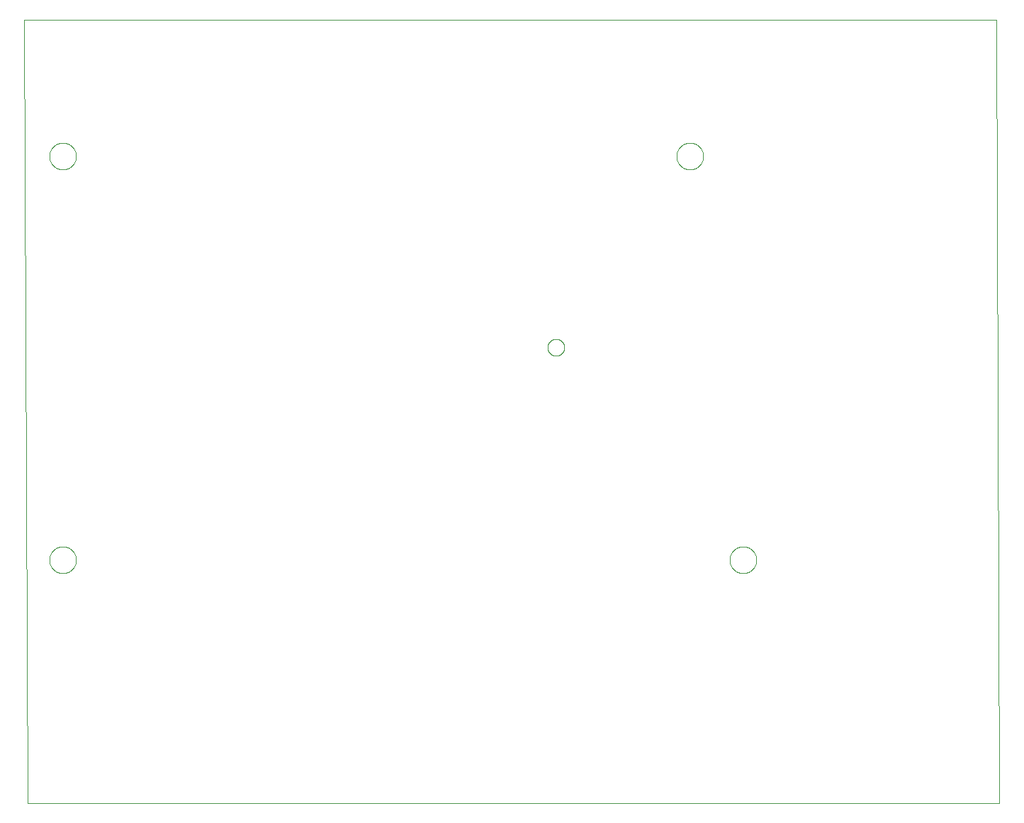
<source format=gko>
G75*
%MOIN*%
%OFA0B0*%
%FSLAX25Y25*%
%IPPOS*%
%LPD*%
%AMOC8*
5,1,8,0,0,1.08239X$1,22.5*
%
%ADD10C,0.00000*%
D10*
X0048543Y0001300D02*
X0046969Y0370198D01*
X0504055Y0370198D01*
X0505630Y0001300D01*
X0048543Y0001300D01*
X0058701Y0115906D02*
X0058703Y0116064D01*
X0058709Y0116222D01*
X0058719Y0116380D01*
X0058733Y0116538D01*
X0058751Y0116695D01*
X0058772Y0116852D01*
X0058798Y0117008D01*
X0058828Y0117164D01*
X0058861Y0117319D01*
X0058899Y0117472D01*
X0058940Y0117625D01*
X0058985Y0117777D01*
X0059034Y0117928D01*
X0059087Y0118077D01*
X0059143Y0118225D01*
X0059203Y0118371D01*
X0059267Y0118516D01*
X0059335Y0118659D01*
X0059406Y0118801D01*
X0059480Y0118941D01*
X0059558Y0119078D01*
X0059640Y0119214D01*
X0059724Y0119348D01*
X0059813Y0119479D01*
X0059904Y0119608D01*
X0059999Y0119735D01*
X0060096Y0119860D01*
X0060197Y0119982D01*
X0060301Y0120101D01*
X0060408Y0120218D01*
X0060518Y0120332D01*
X0060631Y0120443D01*
X0060746Y0120552D01*
X0060864Y0120657D01*
X0060985Y0120759D01*
X0061108Y0120859D01*
X0061234Y0120955D01*
X0061362Y0121048D01*
X0061492Y0121138D01*
X0061625Y0121224D01*
X0061760Y0121308D01*
X0061896Y0121387D01*
X0062035Y0121464D01*
X0062176Y0121536D01*
X0062318Y0121606D01*
X0062462Y0121671D01*
X0062608Y0121733D01*
X0062755Y0121791D01*
X0062904Y0121846D01*
X0063054Y0121897D01*
X0063205Y0121944D01*
X0063357Y0121987D01*
X0063510Y0122026D01*
X0063665Y0122062D01*
X0063820Y0122093D01*
X0063976Y0122121D01*
X0064132Y0122145D01*
X0064289Y0122165D01*
X0064447Y0122181D01*
X0064604Y0122193D01*
X0064763Y0122201D01*
X0064921Y0122205D01*
X0065079Y0122205D01*
X0065237Y0122201D01*
X0065396Y0122193D01*
X0065553Y0122181D01*
X0065711Y0122165D01*
X0065868Y0122145D01*
X0066024Y0122121D01*
X0066180Y0122093D01*
X0066335Y0122062D01*
X0066490Y0122026D01*
X0066643Y0121987D01*
X0066795Y0121944D01*
X0066946Y0121897D01*
X0067096Y0121846D01*
X0067245Y0121791D01*
X0067392Y0121733D01*
X0067538Y0121671D01*
X0067682Y0121606D01*
X0067824Y0121536D01*
X0067965Y0121464D01*
X0068104Y0121387D01*
X0068240Y0121308D01*
X0068375Y0121224D01*
X0068508Y0121138D01*
X0068638Y0121048D01*
X0068766Y0120955D01*
X0068892Y0120859D01*
X0069015Y0120759D01*
X0069136Y0120657D01*
X0069254Y0120552D01*
X0069369Y0120443D01*
X0069482Y0120332D01*
X0069592Y0120218D01*
X0069699Y0120101D01*
X0069803Y0119982D01*
X0069904Y0119860D01*
X0070001Y0119735D01*
X0070096Y0119608D01*
X0070187Y0119479D01*
X0070276Y0119348D01*
X0070360Y0119214D01*
X0070442Y0119078D01*
X0070520Y0118941D01*
X0070594Y0118801D01*
X0070665Y0118659D01*
X0070733Y0118516D01*
X0070797Y0118371D01*
X0070857Y0118225D01*
X0070913Y0118077D01*
X0070966Y0117928D01*
X0071015Y0117777D01*
X0071060Y0117625D01*
X0071101Y0117472D01*
X0071139Y0117319D01*
X0071172Y0117164D01*
X0071202Y0117008D01*
X0071228Y0116852D01*
X0071249Y0116695D01*
X0071267Y0116538D01*
X0071281Y0116380D01*
X0071291Y0116222D01*
X0071297Y0116064D01*
X0071299Y0115906D01*
X0071297Y0115748D01*
X0071291Y0115590D01*
X0071281Y0115432D01*
X0071267Y0115274D01*
X0071249Y0115117D01*
X0071228Y0114960D01*
X0071202Y0114804D01*
X0071172Y0114648D01*
X0071139Y0114493D01*
X0071101Y0114340D01*
X0071060Y0114187D01*
X0071015Y0114035D01*
X0070966Y0113884D01*
X0070913Y0113735D01*
X0070857Y0113587D01*
X0070797Y0113441D01*
X0070733Y0113296D01*
X0070665Y0113153D01*
X0070594Y0113011D01*
X0070520Y0112871D01*
X0070442Y0112734D01*
X0070360Y0112598D01*
X0070276Y0112464D01*
X0070187Y0112333D01*
X0070096Y0112204D01*
X0070001Y0112077D01*
X0069904Y0111952D01*
X0069803Y0111830D01*
X0069699Y0111711D01*
X0069592Y0111594D01*
X0069482Y0111480D01*
X0069369Y0111369D01*
X0069254Y0111260D01*
X0069136Y0111155D01*
X0069015Y0111053D01*
X0068892Y0110953D01*
X0068766Y0110857D01*
X0068638Y0110764D01*
X0068508Y0110674D01*
X0068375Y0110588D01*
X0068240Y0110504D01*
X0068104Y0110425D01*
X0067965Y0110348D01*
X0067824Y0110276D01*
X0067682Y0110206D01*
X0067538Y0110141D01*
X0067392Y0110079D01*
X0067245Y0110021D01*
X0067096Y0109966D01*
X0066946Y0109915D01*
X0066795Y0109868D01*
X0066643Y0109825D01*
X0066490Y0109786D01*
X0066335Y0109750D01*
X0066180Y0109719D01*
X0066024Y0109691D01*
X0065868Y0109667D01*
X0065711Y0109647D01*
X0065553Y0109631D01*
X0065396Y0109619D01*
X0065237Y0109611D01*
X0065079Y0109607D01*
X0064921Y0109607D01*
X0064763Y0109611D01*
X0064604Y0109619D01*
X0064447Y0109631D01*
X0064289Y0109647D01*
X0064132Y0109667D01*
X0063976Y0109691D01*
X0063820Y0109719D01*
X0063665Y0109750D01*
X0063510Y0109786D01*
X0063357Y0109825D01*
X0063205Y0109868D01*
X0063054Y0109915D01*
X0062904Y0109966D01*
X0062755Y0110021D01*
X0062608Y0110079D01*
X0062462Y0110141D01*
X0062318Y0110206D01*
X0062176Y0110276D01*
X0062035Y0110348D01*
X0061896Y0110425D01*
X0061760Y0110504D01*
X0061625Y0110588D01*
X0061492Y0110674D01*
X0061362Y0110764D01*
X0061234Y0110857D01*
X0061108Y0110953D01*
X0060985Y0111053D01*
X0060864Y0111155D01*
X0060746Y0111260D01*
X0060631Y0111369D01*
X0060518Y0111480D01*
X0060408Y0111594D01*
X0060301Y0111711D01*
X0060197Y0111830D01*
X0060096Y0111952D01*
X0059999Y0112077D01*
X0059904Y0112204D01*
X0059813Y0112333D01*
X0059724Y0112464D01*
X0059640Y0112598D01*
X0059558Y0112734D01*
X0059480Y0112871D01*
X0059406Y0113011D01*
X0059335Y0113153D01*
X0059267Y0113296D01*
X0059203Y0113441D01*
X0059143Y0113587D01*
X0059087Y0113735D01*
X0059034Y0113884D01*
X0058985Y0114035D01*
X0058940Y0114187D01*
X0058899Y0114340D01*
X0058861Y0114493D01*
X0058828Y0114648D01*
X0058798Y0114804D01*
X0058772Y0114960D01*
X0058751Y0115117D01*
X0058733Y0115274D01*
X0058719Y0115432D01*
X0058709Y0115590D01*
X0058703Y0115748D01*
X0058701Y0115906D01*
X0058701Y0305906D02*
X0058703Y0306064D01*
X0058709Y0306222D01*
X0058719Y0306380D01*
X0058733Y0306538D01*
X0058751Y0306695D01*
X0058772Y0306852D01*
X0058798Y0307008D01*
X0058828Y0307164D01*
X0058861Y0307319D01*
X0058899Y0307472D01*
X0058940Y0307625D01*
X0058985Y0307777D01*
X0059034Y0307928D01*
X0059087Y0308077D01*
X0059143Y0308225D01*
X0059203Y0308371D01*
X0059267Y0308516D01*
X0059335Y0308659D01*
X0059406Y0308801D01*
X0059480Y0308941D01*
X0059558Y0309078D01*
X0059640Y0309214D01*
X0059724Y0309348D01*
X0059813Y0309479D01*
X0059904Y0309608D01*
X0059999Y0309735D01*
X0060096Y0309860D01*
X0060197Y0309982D01*
X0060301Y0310101D01*
X0060408Y0310218D01*
X0060518Y0310332D01*
X0060631Y0310443D01*
X0060746Y0310552D01*
X0060864Y0310657D01*
X0060985Y0310759D01*
X0061108Y0310859D01*
X0061234Y0310955D01*
X0061362Y0311048D01*
X0061492Y0311138D01*
X0061625Y0311224D01*
X0061760Y0311308D01*
X0061896Y0311387D01*
X0062035Y0311464D01*
X0062176Y0311536D01*
X0062318Y0311606D01*
X0062462Y0311671D01*
X0062608Y0311733D01*
X0062755Y0311791D01*
X0062904Y0311846D01*
X0063054Y0311897D01*
X0063205Y0311944D01*
X0063357Y0311987D01*
X0063510Y0312026D01*
X0063665Y0312062D01*
X0063820Y0312093D01*
X0063976Y0312121D01*
X0064132Y0312145D01*
X0064289Y0312165D01*
X0064447Y0312181D01*
X0064604Y0312193D01*
X0064763Y0312201D01*
X0064921Y0312205D01*
X0065079Y0312205D01*
X0065237Y0312201D01*
X0065396Y0312193D01*
X0065553Y0312181D01*
X0065711Y0312165D01*
X0065868Y0312145D01*
X0066024Y0312121D01*
X0066180Y0312093D01*
X0066335Y0312062D01*
X0066490Y0312026D01*
X0066643Y0311987D01*
X0066795Y0311944D01*
X0066946Y0311897D01*
X0067096Y0311846D01*
X0067245Y0311791D01*
X0067392Y0311733D01*
X0067538Y0311671D01*
X0067682Y0311606D01*
X0067824Y0311536D01*
X0067965Y0311464D01*
X0068104Y0311387D01*
X0068240Y0311308D01*
X0068375Y0311224D01*
X0068508Y0311138D01*
X0068638Y0311048D01*
X0068766Y0310955D01*
X0068892Y0310859D01*
X0069015Y0310759D01*
X0069136Y0310657D01*
X0069254Y0310552D01*
X0069369Y0310443D01*
X0069482Y0310332D01*
X0069592Y0310218D01*
X0069699Y0310101D01*
X0069803Y0309982D01*
X0069904Y0309860D01*
X0070001Y0309735D01*
X0070096Y0309608D01*
X0070187Y0309479D01*
X0070276Y0309348D01*
X0070360Y0309214D01*
X0070442Y0309078D01*
X0070520Y0308941D01*
X0070594Y0308801D01*
X0070665Y0308659D01*
X0070733Y0308516D01*
X0070797Y0308371D01*
X0070857Y0308225D01*
X0070913Y0308077D01*
X0070966Y0307928D01*
X0071015Y0307777D01*
X0071060Y0307625D01*
X0071101Y0307472D01*
X0071139Y0307319D01*
X0071172Y0307164D01*
X0071202Y0307008D01*
X0071228Y0306852D01*
X0071249Y0306695D01*
X0071267Y0306538D01*
X0071281Y0306380D01*
X0071291Y0306222D01*
X0071297Y0306064D01*
X0071299Y0305906D01*
X0071297Y0305748D01*
X0071291Y0305590D01*
X0071281Y0305432D01*
X0071267Y0305274D01*
X0071249Y0305117D01*
X0071228Y0304960D01*
X0071202Y0304804D01*
X0071172Y0304648D01*
X0071139Y0304493D01*
X0071101Y0304340D01*
X0071060Y0304187D01*
X0071015Y0304035D01*
X0070966Y0303884D01*
X0070913Y0303735D01*
X0070857Y0303587D01*
X0070797Y0303441D01*
X0070733Y0303296D01*
X0070665Y0303153D01*
X0070594Y0303011D01*
X0070520Y0302871D01*
X0070442Y0302734D01*
X0070360Y0302598D01*
X0070276Y0302464D01*
X0070187Y0302333D01*
X0070096Y0302204D01*
X0070001Y0302077D01*
X0069904Y0301952D01*
X0069803Y0301830D01*
X0069699Y0301711D01*
X0069592Y0301594D01*
X0069482Y0301480D01*
X0069369Y0301369D01*
X0069254Y0301260D01*
X0069136Y0301155D01*
X0069015Y0301053D01*
X0068892Y0300953D01*
X0068766Y0300857D01*
X0068638Y0300764D01*
X0068508Y0300674D01*
X0068375Y0300588D01*
X0068240Y0300504D01*
X0068104Y0300425D01*
X0067965Y0300348D01*
X0067824Y0300276D01*
X0067682Y0300206D01*
X0067538Y0300141D01*
X0067392Y0300079D01*
X0067245Y0300021D01*
X0067096Y0299966D01*
X0066946Y0299915D01*
X0066795Y0299868D01*
X0066643Y0299825D01*
X0066490Y0299786D01*
X0066335Y0299750D01*
X0066180Y0299719D01*
X0066024Y0299691D01*
X0065868Y0299667D01*
X0065711Y0299647D01*
X0065553Y0299631D01*
X0065396Y0299619D01*
X0065237Y0299611D01*
X0065079Y0299607D01*
X0064921Y0299607D01*
X0064763Y0299611D01*
X0064604Y0299619D01*
X0064447Y0299631D01*
X0064289Y0299647D01*
X0064132Y0299667D01*
X0063976Y0299691D01*
X0063820Y0299719D01*
X0063665Y0299750D01*
X0063510Y0299786D01*
X0063357Y0299825D01*
X0063205Y0299868D01*
X0063054Y0299915D01*
X0062904Y0299966D01*
X0062755Y0300021D01*
X0062608Y0300079D01*
X0062462Y0300141D01*
X0062318Y0300206D01*
X0062176Y0300276D01*
X0062035Y0300348D01*
X0061896Y0300425D01*
X0061760Y0300504D01*
X0061625Y0300588D01*
X0061492Y0300674D01*
X0061362Y0300764D01*
X0061234Y0300857D01*
X0061108Y0300953D01*
X0060985Y0301053D01*
X0060864Y0301155D01*
X0060746Y0301260D01*
X0060631Y0301369D01*
X0060518Y0301480D01*
X0060408Y0301594D01*
X0060301Y0301711D01*
X0060197Y0301830D01*
X0060096Y0301952D01*
X0059999Y0302077D01*
X0059904Y0302204D01*
X0059813Y0302333D01*
X0059724Y0302464D01*
X0059640Y0302598D01*
X0059558Y0302734D01*
X0059480Y0302871D01*
X0059406Y0303011D01*
X0059335Y0303153D01*
X0059267Y0303296D01*
X0059203Y0303441D01*
X0059143Y0303587D01*
X0059087Y0303735D01*
X0059034Y0303884D01*
X0058985Y0304035D01*
X0058940Y0304187D01*
X0058899Y0304340D01*
X0058861Y0304493D01*
X0058828Y0304648D01*
X0058798Y0304804D01*
X0058772Y0304960D01*
X0058751Y0305117D01*
X0058733Y0305274D01*
X0058719Y0305432D01*
X0058709Y0305590D01*
X0058703Y0305748D01*
X0058701Y0305906D01*
X0293063Y0215906D02*
X0293065Y0216031D01*
X0293071Y0216156D01*
X0293081Y0216280D01*
X0293095Y0216404D01*
X0293112Y0216528D01*
X0293134Y0216651D01*
X0293160Y0216773D01*
X0293189Y0216895D01*
X0293222Y0217015D01*
X0293260Y0217134D01*
X0293300Y0217253D01*
X0293345Y0217369D01*
X0293393Y0217484D01*
X0293445Y0217598D01*
X0293501Y0217710D01*
X0293560Y0217820D01*
X0293622Y0217928D01*
X0293688Y0218035D01*
X0293757Y0218139D01*
X0293830Y0218240D01*
X0293905Y0218340D01*
X0293984Y0218437D01*
X0294066Y0218531D01*
X0294151Y0218623D01*
X0294238Y0218712D01*
X0294329Y0218798D01*
X0294422Y0218881D01*
X0294518Y0218962D01*
X0294616Y0219039D01*
X0294716Y0219113D01*
X0294819Y0219184D01*
X0294924Y0219251D01*
X0295032Y0219316D01*
X0295141Y0219376D01*
X0295252Y0219434D01*
X0295365Y0219487D01*
X0295479Y0219537D01*
X0295595Y0219584D01*
X0295712Y0219626D01*
X0295831Y0219665D01*
X0295951Y0219701D01*
X0296072Y0219732D01*
X0296194Y0219760D01*
X0296316Y0219783D01*
X0296440Y0219803D01*
X0296564Y0219819D01*
X0296688Y0219831D01*
X0296813Y0219839D01*
X0296938Y0219843D01*
X0297062Y0219843D01*
X0297187Y0219839D01*
X0297312Y0219831D01*
X0297436Y0219819D01*
X0297560Y0219803D01*
X0297684Y0219783D01*
X0297806Y0219760D01*
X0297928Y0219732D01*
X0298049Y0219701D01*
X0298169Y0219665D01*
X0298288Y0219626D01*
X0298405Y0219584D01*
X0298521Y0219537D01*
X0298635Y0219487D01*
X0298748Y0219434D01*
X0298859Y0219376D01*
X0298969Y0219316D01*
X0299076Y0219251D01*
X0299181Y0219184D01*
X0299284Y0219113D01*
X0299384Y0219039D01*
X0299482Y0218962D01*
X0299578Y0218881D01*
X0299671Y0218798D01*
X0299762Y0218712D01*
X0299849Y0218623D01*
X0299934Y0218531D01*
X0300016Y0218437D01*
X0300095Y0218340D01*
X0300170Y0218240D01*
X0300243Y0218139D01*
X0300312Y0218035D01*
X0300378Y0217928D01*
X0300440Y0217820D01*
X0300499Y0217710D01*
X0300555Y0217598D01*
X0300607Y0217484D01*
X0300655Y0217369D01*
X0300700Y0217253D01*
X0300740Y0217134D01*
X0300778Y0217015D01*
X0300811Y0216895D01*
X0300840Y0216773D01*
X0300866Y0216651D01*
X0300888Y0216528D01*
X0300905Y0216404D01*
X0300919Y0216280D01*
X0300929Y0216156D01*
X0300935Y0216031D01*
X0300937Y0215906D01*
X0300935Y0215781D01*
X0300929Y0215656D01*
X0300919Y0215532D01*
X0300905Y0215408D01*
X0300888Y0215284D01*
X0300866Y0215161D01*
X0300840Y0215039D01*
X0300811Y0214917D01*
X0300778Y0214797D01*
X0300740Y0214678D01*
X0300700Y0214559D01*
X0300655Y0214443D01*
X0300607Y0214328D01*
X0300555Y0214214D01*
X0300499Y0214102D01*
X0300440Y0213992D01*
X0300378Y0213884D01*
X0300312Y0213777D01*
X0300243Y0213673D01*
X0300170Y0213572D01*
X0300095Y0213472D01*
X0300016Y0213375D01*
X0299934Y0213281D01*
X0299849Y0213189D01*
X0299762Y0213100D01*
X0299671Y0213014D01*
X0299578Y0212931D01*
X0299482Y0212850D01*
X0299384Y0212773D01*
X0299284Y0212699D01*
X0299181Y0212628D01*
X0299076Y0212561D01*
X0298968Y0212496D01*
X0298859Y0212436D01*
X0298748Y0212378D01*
X0298635Y0212325D01*
X0298521Y0212275D01*
X0298405Y0212228D01*
X0298288Y0212186D01*
X0298169Y0212147D01*
X0298049Y0212111D01*
X0297928Y0212080D01*
X0297806Y0212052D01*
X0297684Y0212029D01*
X0297560Y0212009D01*
X0297436Y0211993D01*
X0297312Y0211981D01*
X0297187Y0211973D01*
X0297062Y0211969D01*
X0296938Y0211969D01*
X0296813Y0211973D01*
X0296688Y0211981D01*
X0296564Y0211993D01*
X0296440Y0212009D01*
X0296316Y0212029D01*
X0296194Y0212052D01*
X0296072Y0212080D01*
X0295951Y0212111D01*
X0295831Y0212147D01*
X0295712Y0212186D01*
X0295595Y0212228D01*
X0295479Y0212275D01*
X0295365Y0212325D01*
X0295252Y0212378D01*
X0295141Y0212436D01*
X0295031Y0212496D01*
X0294924Y0212561D01*
X0294819Y0212628D01*
X0294716Y0212699D01*
X0294616Y0212773D01*
X0294518Y0212850D01*
X0294422Y0212931D01*
X0294329Y0213014D01*
X0294238Y0213100D01*
X0294151Y0213189D01*
X0294066Y0213281D01*
X0293984Y0213375D01*
X0293905Y0213472D01*
X0293830Y0213572D01*
X0293757Y0213673D01*
X0293688Y0213777D01*
X0293622Y0213884D01*
X0293560Y0213992D01*
X0293501Y0214102D01*
X0293445Y0214214D01*
X0293393Y0214328D01*
X0293345Y0214443D01*
X0293300Y0214559D01*
X0293260Y0214678D01*
X0293222Y0214797D01*
X0293189Y0214917D01*
X0293160Y0215039D01*
X0293134Y0215161D01*
X0293112Y0215284D01*
X0293095Y0215408D01*
X0293081Y0215532D01*
X0293071Y0215656D01*
X0293065Y0215781D01*
X0293063Y0215906D01*
X0353701Y0305906D02*
X0353703Y0306064D01*
X0353709Y0306222D01*
X0353719Y0306380D01*
X0353733Y0306538D01*
X0353751Y0306695D01*
X0353772Y0306852D01*
X0353798Y0307008D01*
X0353828Y0307164D01*
X0353861Y0307319D01*
X0353899Y0307472D01*
X0353940Y0307625D01*
X0353985Y0307777D01*
X0354034Y0307928D01*
X0354087Y0308077D01*
X0354143Y0308225D01*
X0354203Y0308371D01*
X0354267Y0308516D01*
X0354335Y0308659D01*
X0354406Y0308801D01*
X0354480Y0308941D01*
X0354558Y0309078D01*
X0354640Y0309214D01*
X0354724Y0309348D01*
X0354813Y0309479D01*
X0354904Y0309608D01*
X0354999Y0309735D01*
X0355096Y0309860D01*
X0355197Y0309982D01*
X0355301Y0310101D01*
X0355408Y0310218D01*
X0355518Y0310332D01*
X0355631Y0310443D01*
X0355746Y0310552D01*
X0355864Y0310657D01*
X0355985Y0310759D01*
X0356108Y0310859D01*
X0356234Y0310955D01*
X0356362Y0311048D01*
X0356492Y0311138D01*
X0356625Y0311224D01*
X0356760Y0311308D01*
X0356896Y0311387D01*
X0357035Y0311464D01*
X0357176Y0311536D01*
X0357318Y0311606D01*
X0357462Y0311671D01*
X0357608Y0311733D01*
X0357755Y0311791D01*
X0357904Y0311846D01*
X0358054Y0311897D01*
X0358205Y0311944D01*
X0358357Y0311987D01*
X0358510Y0312026D01*
X0358665Y0312062D01*
X0358820Y0312093D01*
X0358976Y0312121D01*
X0359132Y0312145D01*
X0359289Y0312165D01*
X0359447Y0312181D01*
X0359604Y0312193D01*
X0359763Y0312201D01*
X0359921Y0312205D01*
X0360079Y0312205D01*
X0360237Y0312201D01*
X0360396Y0312193D01*
X0360553Y0312181D01*
X0360711Y0312165D01*
X0360868Y0312145D01*
X0361024Y0312121D01*
X0361180Y0312093D01*
X0361335Y0312062D01*
X0361490Y0312026D01*
X0361643Y0311987D01*
X0361795Y0311944D01*
X0361946Y0311897D01*
X0362096Y0311846D01*
X0362245Y0311791D01*
X0362392Y0311733D01*
X0362538Y0311671D01*
X0362682Y0311606D01*
X0362824Y0311536D01*
X0362965Y0311464D01*
X0363104Y0311387D01*
X0363240Y0311308D01*
X0363375Y0311224D01*
X0363508Y0311138D01*
X0363638Y0311048D01*
X0363766Y0310955D01*
X0363892Y0310859D01*
X0364015Y0310759D01*
X0364136Y0310657D01*
X0364254Y0310552D01*
X0364369Y0310443D01*
X0364482Y0310332D01*
X0364592Y0310218D01*
X0364699Y0310101D01*
X0364803Y0309982D01*
X0364904Y0309860D01*
X0365001Y0309735D01*
X0365096Y0309608D01*
X0365187Y0309479D01*
X0365276Y0309348D01*
X0365360Y0309214D01*
X0365442Y0309078D01*
X0365520Y0308941D01*
X0365594Y0308801D01*
X0365665Y0308659D01*
X0365733Y0308516D01*
X0365797Y0308371D01*
X0365857Y0308225D01*
X0365913Y0308077D01*
X0365966Y0307928D01*
X0366015Y0307777D01*
X0366060Y0307625D01*
X0366101Y0307472D01*
X0366139Y0307319D01*
X0366172Y0307164D01*
X0366202Y0307008D01*
X0366228Y0306852D01*
X0366249Y0306695D01*
X0366267Y0306538D01*
X0366281Y0306380D01*
X0366291Y0306222D01*
X0366297Y0306064D01*
X0366299Y0305906D01*
X0366297Y0305748D01*
X0366291Y0305590D01*
X0366281Y0305432D01*
X0366267Y0305274D01*
X0366249Y0305117D01*
X0366228Y0304960D01*
X0366202Y0304804D01*
X0366172Y0304648D01*
X0366139Y0304493D01*
X0366101Y0304340D01*
X0366060Y0304187D01*
X0366015Y0304035D01*
X0365966Y0303884D01*
X0365913Y0303735D01*
X0365857Y0303587D01*
X0365797Y0303441D01*
X0365733Y0303296D01*
X0365665Y0303153D01*
X0365594Y0303011D01*
X0365520Y0302871D01*
X0365442Y0302734D01*
X0365360Y0302598D01*
X0365276Y0302464D01*
X0365187Y0302333D01*
X0365096Y0302204D01*
X0365001Y0302077D01*
X0364904Y0301952D01*
X0364803Y0301830D01*
X0364699Y0301711D01*
X0364592Y0301594D01*
X0364482Y0301480D01*
X0364369Y0301369D01*
X0364254Y0301260D01*
X0364136Y0301155D01*
X0364015Y0301053D01*
X0363892Y0300953D01*
X0363766Y0300857D01*
X0363638Y0300764D01*
X0363508Y0300674D01*
X0363375Y0300588D01*
X0363240Y0300504D01*
X0363104Y0300425D01*
X0362965Y0300348D01*
X0362824Y0300276D01*
X0362682Y0300206D01*
X0362538Y0300141D01*
X0362392Y0300079D01*
X0362245Y0300021D01*
X0362096Y0299966D01*
X0361946Y0299915D01*
X0361795Y0299868D01*
X0361643Y0299825D01*
X0361490Y0299786D01*
X0361335Y0299750D01*
X0361180Y0299719D01*
X0361024Y0299691D01*
X0360868Y0299667D01*
X0360711Y0299647D01*
X0360553Y0299631D01*
X0360396Y0299619D01*
X0360237Y0299611D01*
X0360079Y0299607D01*
X0359921Y0299607D01*
X0359763Y0299611D01*
X0359604Y0299619D01*
X0359447Y0299631D01*
X0359289Y0299647D01*
X0359132Y0299667D01*
X0358976Y0299691D01*
X0358820Y0299719D01*
X0358665Y0299750D01*
X0358510Y0299786D01*
X0358357Y0299825D01*
X0358205Y0299868D01*
X0358054Y0299915D01*
X0357904Y0299966D01*
X0357755Y0300021D01*
X0357608Y0300079D01*
X0357462Y0300141D01*
X0357318Y0300206D01*
X0357176Y0300276D01*
X0357035Y0300348D01*
X0356896Y0300425D01*
X0356760Y0300504D01*
X0356625Y0300588D01*
X0356492Y0300674D01*
X0356362Y0300764D01*
X0356234Y0300857D01*
X0356108Y0300953D01*
X0355985Y0301053D01*
X0355864Y0301155D01*
X0355746Y0301260D01*
X0355631Y0301369D01*
X0355518Y0301480D01*
X0355408Y0301594D01*
X0355301Y0301711D01*
X0355197Y0301830D01*
X0355096Y0301952D01*
X0354999Y0302077D01*
X0354904Y0302204D01*
X0354813Y0302333D01*
X0354724Y0302464D01*
X0354640Y0302598D01*
X0354558Y0302734D01*
X0354480Y0302871D01*
X0354406Y0303011D01*
X0354335Y0303153D01*
X0354267Y0303296D01*
X0354203Y0303441D01*
X0354143Y0303587D01*
X0354087Y0303735D01*
X0354034Y0303884D01*
X0353985Y0304035D01*
X0353940Y0304187D01*
X0353899Y0304340D01*
X0353861Y0304493D01*
X0353828Y0304648D01*
X0353798Y0304804D01*
X0353772Y0304960D01*
X0353751Y0305117D01*
X0353733Y0305274D01*
X0353719Y0305432D01*
X0353709Y0305590D01*
X0353703Y0305748D01*
X0353701Y0305906D01*
X0378701Y0115906D02*
X0378703Y0116064D01*
X0378709Y0116222D01*
X0378719Y0116380D01*
X0378733Y0116538D01*
X0378751Y0116695D01*
X0378772Y0116852D01*
X0378798Y0117008D01*
X0378828Y0117164D01*
X0378861Y0117319D01*
X0378899Y0117472D01*
X0378940Y0117625D01*
X0378985Y0117777D01*
X0379034Y0117928D01*
X0379087Y0118077D01*
X0379143Y0118225D01*
X0379203Y0118371D01*
X0379267Y0118516D01*
X0379335Y0118659D01*
X0379406Y0118801D01*
X0379480Y0118941D01*
X0379558Y0119078D01*
X0379640Y0119214D01*
X0379724Y0119348D01*
X0379813Y0119479D01*
X0379904Y0119608D01*
X0379999Y0119735D01*
X0380096Y0119860D01*
X0380197Y0119982D01*
X0380301Y0120101D01*
X0380408Y0120218D01*
X0380518Y0120332D01*
X0380631Y0120443D01*
X0380746Y0120552D01*
X0380864Y0120657D01*
X0380985Y0120759D01*
X0381108Y0120859D01*
X0381234Y0120955D01*
X0381362Y0121048D01*
X0381492Y0121138D01*
X0381625Y0121224D01*
X0381760Y0121308D01*
X0381896Y0121387D01*
X0382035Y0121464D01*
X0382176Y0121536D01*
X0382318Y0121606D01*
X0382462Y0121671D01*
X0382608Y0121733D01*
X0382755Y0121791D01*
X0382904Y0121846D01*
X0383054Y0121897D01*
X0383205Y0121944D01*
X0383357Y0121987D01*
X0383510Y0122026D01*
X0383665Y0122062D01*
X0383820Y0122093D01*
X0383976Y0122121D01*
X0384132Y0122145D01*
X0384289Y0122165D01*
X0384447Y0122181D01*
X0384604Y0122193D01*
X0384763Y0122201D01*
X0384921Y0122205D01*
X0385079Y0122205D01*
X0385237Y0122201D01*
X0385396Y0122193D01*
X0385553Y0122181D01*
X0385711Y0122165D01*
X0385868Y0122145D01*
X0386024Y0122121D01*
X0386180Y0122093D01*
X0386335Y0122062D01*
X0386490Y0122026D01*
X0386643Y0121987D01*
X0386795Y0121944D01*
X0386946Y0121897D01*
X0387096Y0121846D01*
X0387245Y0121791D01*
X0387392Y0121733D01*
X0387538Y0121671D01*
X0387682Y0121606D01*
X0387824Y0121536D01*
X0387965Y0121464D01*
X0388104Y0121387D01*
X0388240Y0121308D01*
X0388375Y0121224D01*
X0388508Y0121138D01*
X0388638Y0121048D01*
X0388766Y0120955D01*
X0388892Y0120859D01*
X0389015Y0120759D01*
X0389136Y0120657D01*
X0389254Y0120552D01*
X0389369Y0120443D01*
X0389482Y0120332D01*
X0389592Y0120218D01*
X0389699Y0120101D01*
X0389803Y0119982D01*
X0389904Y0119860D01*
X0390001Y0119735D01*
X0390096Y0119608D01*
X0390187Y0119479D01*
X0390276Y0119348D01*
X0390360Y0119214D01*
X0390442Y0119078D01*
X0390520Y0118941D01*
X0390594Y0118801D01*
X0390665Y0118659D01*
X0390733Y0118516D01*
X0390797Y0118371D01*
X0390857Y0118225D01*
X0390913Y0118077D01*
X0390966Y0117928D01*
X0391015Y0117777D01*
X0391060Y0117625D01*
X0391101Y0117472D01*
X0391139Y0117319D01*
X0391172Y0117164D01*
X0391202Y0117008D01*
X0391228Y0116852D01*
X0391249Y0116695D01*
X0391267Y0116538D01*
X0391281Y0116380D01*
X0391291Y0116222D01*
X0391297Y0116064D01*
X0391299Y0115906D01*
X0391297Y0115748D01*
X0391291Y0115590D01*
X0391281Y0115432D01*
X0391267Y0115274D01*
X0391249Y0115117D01*
X0391228Y0114960D01*
X0391202Y0114804D01*
X0391172Y0114648D01*
X0391139Y0114493D01*
X0391101Y0114340D01*
X0391060Y0114187D01*
X0391015Y0114035D01*
X0390966Y0113884D01*
X0390913Y0113735D01*
X0390857Y0113587D01*
X0390797Y0113441D01*
X0390733Y0113296D01*
X0390665Y0113153D01*
X0390594Y0113011D01*
X0390520Y0112871D01*
X0390442Y0112734D01*
X0390360Y0112598D01*
X0390276Y0112464D01*
X0390187Y0112333D01*
X0390096Y0112204D01*
X0390001Y0112077D01*
X0389904Y0111952D01*
X0389803Y0111830D01*
X0389699Y0111711D01*
X0389592Y0111594D01*
X0389482Y0111480D01*
X0389369Y0111369D01*
X0389254Y0111260D01*
X0389136Y0111155D01*
X0389015Y0111053D01*
X0388892Y0110953D01*
X0388766Y0110857D01*
X0388638Y0110764D01*
X0388508Y0110674D01*
X0388375Y0110588D01*
X0388240Y0110504D01*
X0388104Y0110425D01*
X0387965Y0110348D01*
X0387824Y0110276D01*
X0387682Y0110206D01*
X0387538Y0110141D01*
X0387392Y0110079D01*
X0387245Y0110021D01*
X0387096Y0109966D01*
X0386946Y0109915D01*
X0386795Y0109868D01*
X0386643Y0109825D01*
X0386490Y0109786D01*
X0386335Y0109750D01*
X0386180Y0109719D01*
X0386024Y0109691D01*
X0385868Y0109667D01*
X0385711Y0109647D01*
X0385553Y0109631D01*
X0385396Y0109619D01*
X0385237Y0109611D01*
X0385079Y0109607D01*
X0384921Y0109607D01*
X0384763Y0109611D01*
X0384604Y0109619D01*
X0384447Y0109631D01*
X0384289Y0109647D01*
X0384132Y0109667D01*
X0383976Y0109691D01*
X0383820Y0109719D01*
X0383665Y0109750D01*
X0383510Y0109786D01*
X0383357Y0109825D01*
X0383205Y0109868D01*
X0383054Y0109915D01*
X0382904Y0109966D01*
X0382755Y0110021D01*
X0382608Y0110079D01*
X0382462Y0110141D01*
X0382318Y0110206D01*
X0382176Y0110276D01*
X0382035Y0110348D01*
X0381896Y0110425D01*
X0381760Y0110504D01*
X0381625Y0110588D01*
X0381492Y0110674D01*
X0381362Y0110764D01*
X0381234Y0110857D01*
X0381108Y0110953D01*
X0380985Y0111053D01*
X0380864Y0111155D01*
X0380746Y0111260D01*
X0380631Y0111369D01*
X0380518Y0111480D01*
X0380408Y0111594D01*
X0380301Y0111711D01*
X0380197Y0111830D01*
X0380096Y0111952D01*
X0379999Y0112077D01*
X0379904Y0112204D01*
X0379813Y0112333D01*
X0379724Y0112464D01*
X0379640Y0112598D01*
X0379558Y0112734D01*
X0379480Y0112871D01*
X0379406Y0113011D01*
X0379335Y0113153D01*
X0379267Y0113296D01*
X0379203Y0113441D01*
X0379143Y0113587D01*
X0379087Y0113735D01*
X0379034Y0113884D01*
X0378985Y0114035D01*
X0378940Y0114187D01*
X0378899Y0114340D01*
X0378861Y0114493D01*
X0378828Y0114648D01*
X0378798Y0114804D01*
X0378772Y0114960D01*
X0378751Y0115117D01*
X0378733Y0115274D01*
X0378719Y0115432D01*
X0378709Y0115590D01*
X0378703Y0115748D01*
X0378701Y0115906D01*
M02*

</source>
